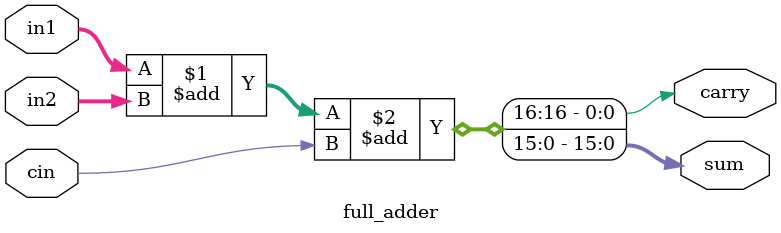
<source format=sv>
module full_adder(

input [15:0]in1,
input [15:0]in2,
input cin,

output logic [15:0]sum,
output logic carry

);


assign {carry , sum} = in1 + in2 + cin;


endmodule


</source>
